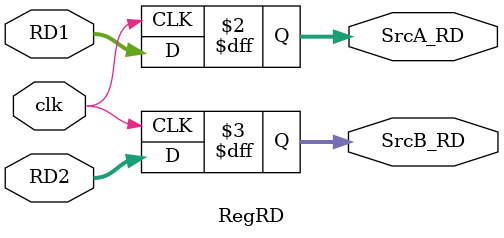
<source format=v>
`timescale 1ns / 1ps


module RegRD(
input [31:0]RD1,
input [31:0]RD2,
input clk,
output reg [31:0]SrcA_RD,
output reg [31:0]SrcB_RD
    );
	always @ (posedge clk)
	begin
		SrcA_RD<=RD1;
		SrcB_RD<=RD2;
	end
endmodule

</source>
